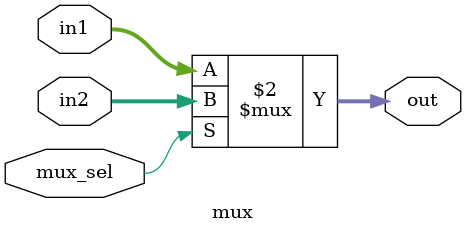
<source format=v>
`timescale 1ns/1ns
module mux(

	input [31:0] in1,
	input [31:0] in2,
	input mux_sel,
	output [31:0] out
);
	assign out=(mux_sel=='b1)?in2:in1;
endmodule
</source>
